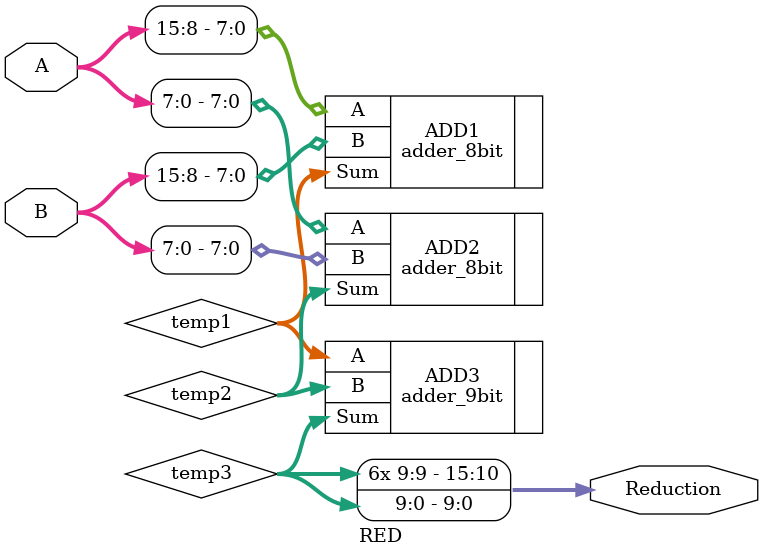
<source format=v>

module RED (A, B, Reduction); 

input [15:0] A, B;
output [15:0] Reduction; 
wire [8:0] temp1, temp2;
wire [9:0] temp3; 

adder_8bit ADD1(.Sum(temp1), .A(A[15:8]), .B(B[15:8]));
adder_8bit ADD2(.Sum(temp2), .A(A[7:0]), .B(B[7:0])); 

adder_9bit ADD3(.Sum(temp3), .A(temp1), .B(temp2)); 

assign Reduction = {{6{temp3[9]}}, temp3}; //SIGN EXTENDED 10-bit temp TO 16-BIT

endmodule 

</source>
